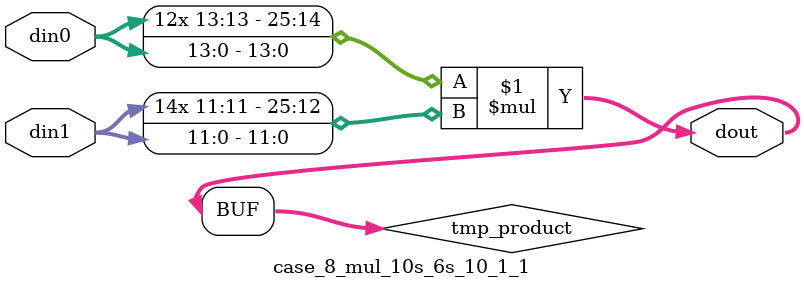
<source format=v>

`timescale 1 ns / 1 ps

 module case_8_mul_10s_6s_10_1_1(din0, din1, dout);
parameter ID = 1;
parameter NUM_STAGE = 0;
parameter din0_WIDTH = 14;
parameter din1_WIDTH = 12;
parameter dout_WIDTH = 26;

input [din0_WIDTH - 1 : 0] din0; 
input [din1_WIDTH - 1 : 0] din1; 
output [dout_WIDTH - 1 : 0] dout;

wire signed [dout_WIDTH - 1 : 0] tmp_product;



























assign tmp_product = $signed(din0) * $signed(din1);








assign dout = tmp_product;





















endmodule

</source>
